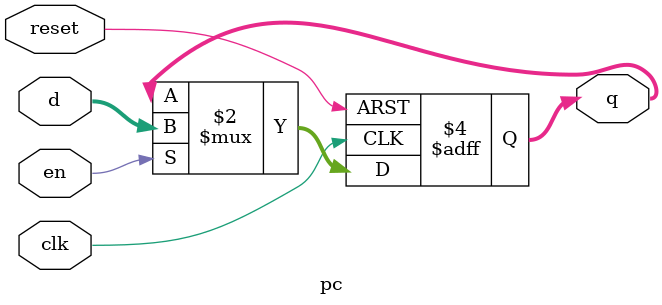
<source format=v>
`timescale 1ns / 1ps


module pc(
    input clk, reset,
    input en, 
    input [31:0] d, 
    output reg [31:0] q
);
    always @(posedge clk or posedge reset) 
        if(reset) q<=32'hbfc00000; 
        else if(en) q<=d; 
    
endmodule
</source>
